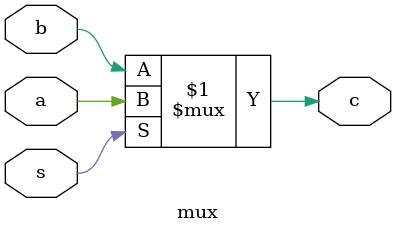
<source format=sv>
module mux (
  input a,
  input b, 
  input s,
  output c
);
  assign c = s ? a : b;
endmodule

</source>
